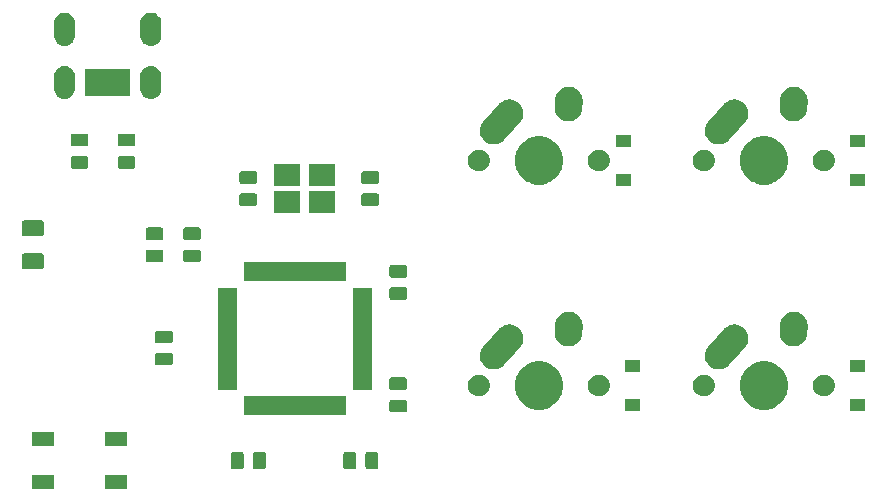
<source format=gbr>
G04 #@! TF.GenerationSoftware,KiCad,Pcbnew,(5.1.4)-1*
G04 #@! TF.CreationDate,2022-03-30T16:45:01-04:00*
G04 #@! TF.ProjectId,ai03-pcb-guide,61693033-2d70-4636-922d-67756964652e,rev?*
G04 #@! TF.SameCoordinates,Original*
G04 #@! TF.FileFunction,Soldermask,Bot*
G04 #@! TF.FilePolarity,Negative*
%FSLAX46Y46*%
G04 Gerber Fmt 4.6, Leading zero omitted, Abs format (unit mm)*
G04 Created by KiCad (PCBNEW (5.1.4)-1) date 2022-03-30 16:45:01*
%MOMM*%
%LPD*%
G04 APERTURE LIST*
%ADD10C,0.100000*%
G04 APERTURE END LIST*
D10*
G36*
X52469750Y-111988500D02*
G01*
X50567750Y-111988500D01*
X50567750Y-110786500D01*
X52469750Y-110786500D01*
X52469750Y-111988500D01*
X52469750Y-111988500D01*
G37*
G36*
X46269750Y-111988500D02*
G01*
X44367750Y-111988500D01*
X44367750Y-110786500D01*
X46269750Y-110786500D01*
X46269750Y-111988500D01*
X46269750Y-111988500D01*
G37*
G36*
X62140718Y-108791065D02*
G01*
X62179388Y-108802796D01*
X62215027Y-108821846D01*
X62246267Y-108847483D01*
X62271904Y-108878723D01*
X62290954Y-108914362D01*
X62302685Y-108953032D01*
X62307250Y-108999388D01*
X62307250Y-110075612D01*
X62302685Y-110121968D01*
X62290954Y-110160638D01*
X62271904Y-110196277D01*
X62246267Y-110227517D01*
X62215027Y-110253154D01*
X62179388Y-110272204D01*
X62140718Y-110283935D01*
X62094362Y-110288500D01*
X61443138Y-110288500D01*
X61396782Y-110283935D01*
X61358112Y-110272204D01*
X61322473Y-110253154D01*
X61291233Y-110227517D01*
X61265596Y-110196277D01*
X61246546Y-110160638D01*
X61234815Y-110121968D01*
X61230250Y-110075612D01*
X61230250Y-108999388D01*
X61234815Y-108953032D01*
X61246546Y-108914362D01*
X61265596Y-108878723D01*
X61291233Y-108847483D01*
X61322473Y-108821846D01*
X61358112Y-108802796D01*
X61396782Y-108791065D01*
X61443138Y-108786500D01*
X62094362Y-108786500D01*
X62140718Y-108791065D01*
X62140718Y-108791065D01*
G37*
G36*
X64015718Y-108791065D02*
G01*
X64054388Y-108802796D01*
X64090027Y-108821846D01*
X64121267Y-108847483D01*
X64146904Y-108878723D01*
X64165954Y-108914362D01*
X64177685Y-108953032D01*
X64182250Y-108999388D01*
X64182250Y-110075612D01*
X64177685Y-110121968D01*
X64165954Y-110160638D01*
X64146904Y-110196277D01*
X64121267Y-110227517D01*
X64090027Y-110253154D01*
X64054388Y-110272204D01*
X64015718Y-110283935D01*
X63969362Y-110288500D01*
X63318138Y-110288500D01*
X63271782Y-110283935D01*
X63233112Y-110272204D01*
X63197473Y-110253154D01*
X63166233Y-110227517D01*
X63140596Y-110196277D01*
X63121546Y-110160638D01*
X63109815Y-110121968D01*
X63105250Y-110075612D01*
X63105250Y-108999388D01*
X63109815Y-108953032D01*
X63121546Y-108914362D01*
X63140596Y-108878723D01*
X63166233Y-108847483D01*
X63197473Y-108821846D01*
X63233112Y-108802796D01*
X63271782Y-108791065D01*
X63318138Y-108786500D01*
X63969362Y-108786500D01*
X64015718Y-108791065D01*
X64015718Y-108791065D01*
G37*
G36*
X73540718Y-108791065D02*
G01*
X73579388Y-108802796D01*
X73615027Y-108821846D01*
X73646267Y-108847483D01*
X73671904Y-108878723D01*
X73690954Y-108914362D01*
X73702685Y-108953032D01*
X73707250Y-108999388D01*
X73707250Y-110075612D01*
X73702685Y-110121968D01*
X73690954Y-110160638D01*
X73671904Y-110196277D01*
X73646267Y-110227517D01*
X73615027Y-110253154D01*
X73579388Y-110272204D01*
X73540718Y-110283935D01*
X73494362Y-110288500D01*
X72843138Y-110288500D01*
X72796782Y-110283935D01*
X72758112Y-110272204D01*
X72722473Y-110253154D01*
X72691233Y-110227517D01*
X72665596Y-110196277D01*
X72646546Y-110160638D01*
X72634815Y-110121968D01*
X72630250Y-110075612D01*
X72630250Y-108999388D01*
X72634815Y-108953032D01*
X72646546Y-108914362D01*
X72665596Y-108878723D01*
X72691233Y-108847483D01*
X72722473Y-108821846D01*
X72758112Y-108802796D01*
X72796782Y-108791065D01*
X72843138Y-108786500D01*
X73494362Y-108786500D01*
X73540718Y-108791065D01*
X73540718Y-108791065D01*
G37*
G36*
X71665718Y-108791065D02*
G01*
X71704388Y-108802796D01*
X71740027Y-108821846D01*
X71771267Y-108847483D01*
X71796904Y-108878723D01*
X71815954Y-108914362D01*
X71827685Y-108953032D01*
X71832250Y-108999388D01*
X71832250Y-110075612D01*
X71827685Y-110121968D01*
X71815954Y-110160638D01*
X71796904Y-110196277D01*
X71771267Y-110227517D01*
X71740027Y-110253154D01*
X71704388Y-110272204D01*
X71665718Y-110283935D01*
X71619362Y-110288500D01*
X70968138Y-110288500D01*
X70921782Y-110283935D01*
X70883112Y-110272204D01*
X70847473Y-110253154D01*
X70816233Y-110227517D01*
X70790596Y-110196277D01*
X70771546Y-110160638D01*
X70759815Y-110121968D01*
X70755250Y-110075612D01*
X70755250Y-108999388D01*
X70759815Y-108953032D01*
X70771546Y-108914362D01*
X70790596Y-108878723D01*
X70816233Y-108847483D01*
X70847473Y-108821846D01*
X70883112Y-108802796D01*
X70921782Y-108791065D01*
X70968138Y-108786500D01*
X71619362Y-108786500D01*
X71665718Y-108791065D01*
X71665718Y-108791065D01*
G37*
G36*
X52469750Y-108288500D02*
G01*
X50567750Y-108288500D01*
X50567750Y-107086500D01*
X52469750Y-107086500D01*
X52469750Y-108288500D01*
X52469750Y-108288500D01*
G37*
G36*
X46269750Y-108288500D02*
G01*
X44367750Y-108288500D01*
X44367750Y-107086500D01*
X46269750Y-107086500D01*
X46269750Y-108288500D01*
X46269750Y-108288500D01*
G37*
G36*
X71001000Y-105719750D02*
G01*
X62349000Y-105719750D01*
X62349000Y-104117750D01*
X71001000Y-104117750D01*
X71001000Y-105719750D01*
X71001000Y-105719750D01*
G37*
G36*
X75990718Y-104384815D02*
G01*
X76029388Y-104396546D01*
X76065027Y-104415596D01*
X76096267Y-104441233D01*
X76121904Y-104472473D01*
X76140954Y-104508112D01*
X76152685Y-104546782D01*
X76157250Y-104593138D01*
X76157250Y-105244362D01*
X76152685Y-105290718D01*
X76140954Y-105329388D01*
X76121904Y-105365027D01*
X76096267Y-105396267D01*
X76065027Y-105421904D01*
X76029388Y-105440954D01*
X75990718Y-105452685D01*
X75944362Y-105457250D01*
X74868138Y-105457250D01*
X74821782Y-105452685D01*
X74783112Y-105440954D01*
X74747473Y-105421904D01*
X74716233Y-105396267D01*
X74690596Y-105365027D01*
X74671546Y-105329388D01*
X74659815Y-105290718D01*
X74655250Y-105244362D01*
X74655250Y-104593138D01*
X74659815Y-104546782D01*
X74671546Y-104508112D01*
X74690596Y-104472473D01*
X74716233Y-104441233D01*
X74747473Y-104415596D01*
X74783112Y-104396546D01*
X74821782Y-104384815D01*
X74868138Y-104380250D01*
X75944362Y-104380250D01*
X75990718Y-104384815D01*
X75990718Y-104384815D01*
G37*
G36*
X95901000Y-105338500D02*
G01*
X94599000Y-105338500D01*
X94599000Y-104336500D01*
X95901000Y-104336500D01*
X95901000Y-105338500D01*
X95901000Y-105338500D01*
G37*
G36*
X114951000Y-105338500D02*
G01*
X113649000Y-105338500D01*
X113649000Y-104336500D01*
X114951000Y-104336500D01*
X114951000Y-105338500D01*
X114951000Y-105338500D01*
G37*
G36*
X106958974Y-101221184D02*
G01*
X107131749Y-101292750D01*
X107331123Y-101375333D01*
X107666048Y-101599123D01*
X107950877Y-101883952D01*
X108174667Y-102218877D01*
X108207062Y-102297086D01*
X108328816Y-102591026D01*
X108407400Y-102986094D01*
X108407400Y-103388906D01*
X108328816Y-103783974D01*
X108277951Y-103906772D01*
X108174667Y-104156123D01*
X107950877Y-104491048D01*
X107666048Y-104775877D01*
X107331123Y-104999667D01*
X107176974Y-105063517D01*
X106958974Y-105153816D01*
X106563906Y-105232400D01*
X106161094Y-105232400D01*
X105766026Y-105153816D01*
X105548026Y-105063517D01*
X105393877Y-104999667D01*
X105058952Y-104775877D01*
X104774123Y-104491048D01*
X104550333Y-104156123D01*
X104447049Y-103906772D01*
X104396184Y-103783974D01*
X104317600Y-103388906D01*
X104317600Y-102986094D01*
X104396184Y-102591026D01*
X104517938Y-102297086D01*
X104550333Y-102218877D01*
X104774123Y-101883952D01*
X105058952Y-101599123D01*
X105393877Y-101375333D01*
X105593251Y-101292750D01*
X105766026Y-101221184D01*
X106161094Y-101142600D01*
X106563906Y-101142600D01*
X106958974Y-101221184D01*
X106958974Y-101221184D01*
G37*
G36*
X87908974Y-101221184D02*
G01*
X88081749Y-101292750D01*
X88281123Y-101375333D01*
X88616048Y-101599123D01*
X88900877Y-101883952D01*
X89124667Y-102218877D01*
X89157062Y-102297086D01*
X89278816Y-102591026D01*
X89357400Y-102986094D01*
X89357400Y-103388906D01*
X89278816Y-103783974D01*
X89227951Y-103906772D01*
X89124667Y-104156123D01*
X88900877Y-104491048D01*
X88616048Y-104775877D01*
X88281123Y-104999667D01*
X88126974Y-105063517D01*
X87908974Y-105153816D01*
X87513906Y-105232400D01*
X87111094Y-105232400D01*
X86716026Y-105153816D01*
X86498026Y-105063517D01*
X86343877Y-104999667D01*
X86008952Y-104775877D01*
X85724123Y-104491048D01*
X85500333Y-104156123D01*
X85397049Y-103906772D01*
X85346184Y-103783974D01*
X85267600Y-103388906D01*
X85267600Y-102986094D01*
X85346184Y-102591026D01*
X85467938Y-102297086D01*
X85500333Y-102218877D01*
X85724123Y-101883952D01*
X86008952Y-101599123D01*
X86343877Y-101375333D01*
X86543251Y-101292750D01*
X86716026Y-101221184D01*
X87111094Y-101142600D01*
X87513906Y-101142600D01*
X87908974Y-101221184D01*
X87908974Y-101221184D01*
G37*
G36*
X101552604Y-102297085D02*
G01*
X101721126Y-102366889D01*
X101872791Y-102468228D01*
X102001772Y-102597209D01*
X102103111Y-102748874D01*
X102172915Y-102917396D01*
X102208500Y-103096297D01*
X102208500Y-103278703D01*
X102172915Y-103457604D01*
X102103111Y-103626126D01*
X102001772Y-103777791D01*
X101872791Y-103906772D01*
X101721126Y-104008111D01*
X101552604Y-104077915D01*
X101373703Y-104113500D01*
X101191297Y-104113500D01*
X101012396Y-104077915D01*
X100843874Y-104008111D01*
X100692209Y-103906772D01*
X100563228Y-103777791D01*
X100461889Y-103626126D01*
X100392085Y-103457604D01*
X100356500Y-103278703D01*
X100356500Y-103096297D01*
X100392085Y-102917396D01*
X100461889Y-102748874D01*
X100563228Y-102597209D01*
X100692209Y-102468228D01*
X100843874Y-102366889D01*
X101012396Y-102297085D01*
X101191297Y-102261500D01*
X101373703Y-102261500D01*
X101552604Y-102297085D01*
X101552604Y-102297085D01*
G37*
G36*
X111712604Y-102297085D02*
G01*
X111881126Y-102366889D01*
X112032791Y-102468228D01*
X112161772Y-102597209D01*
X112263111Y-102748874D01*
X112332915Y-102917396D01*
X112368500Y-103096297D01*
X112368500Y-103278703D01*
X112332915Y-103457604D01*
X112263111Y-103626126D01*
X112161772Y-103777791D01*
X112032791Y-103906772D01*
X111881126Y-104008111D01*
X111712604Y-104077915D01*
X111533703Y-104113500D01*
X111351297Y-104113500D01*
X111172396Y-104077915D01*
X111003874Y-104008111D01*
X110852209Y-103906772D01*
X110723228Y-103777791D01*
X110621889Y-103626126D01*
X110552085Y-103457604D01*
X110516500Y-103278703D01*
X110516500Y-103096297D01*
X110552085Y-102917396D01*
X110621889Y-102748874D01*
X110723228Y-102597209D01*
X110852209Y-102468228D01*
X111003874Y-102366889D01*
X111172396Y-102297085D01*
X111351297Y-102261500D01*
X111533703Y-102261500D01*
X111712604Y-102297085D01*
X111712604Y-102297085D01*
G37*
G36*
X92662604Y-102297085D02*
G01*
X92831126Y-102366889D01*
X92982791Y-102468228D01*
X93111772Y-102597209D01*
X93213111Y-102748874D01*
X93282915Y-102917396D01*
X93318500Y-103096297D01*
X93318500Y-103278703D01*
X93282915Y-103457604D01*
X93213111Y-103626126D01*
X93111772Y-103777791D01*
X92982791Y-103906772D01*
X92831126Y-104008111D01*
X92662604Y-104077915D01*
X92483703Y-104113500D01*
X92301297Y-104113500D01*
X92122396Y-104077915D01*
X91953874Y-104008111D01*
X91802209Y-103906772D01*
X91673228Y-103777791D01*
X91571889Y-103626126D01*
X91502085Y-103457604D01*
X91466500Y-103278703D01*
X91466500Y-103096297D01*
X91502085Y-102917396D01*
X91571889Y-102748874D01*
X91673228Y-102597209D01*
X91802209Y-102468228D01*
X91953874Y-102366889D01*
X92122396Y-102297085D01*
X92301297Y-102261500D01*
X92483703Y-102261500D01*
X92662604Y-102297085D01*
X92662604Y-102297085D01*
G37*
G36*
X82502604Y-102297085D02*
G01*
X82671126Y-102366889D01*
X82822791Y-102468228D01*
X82951772Y-102597209D01*
X83053111Y-102748874D01*
X83122915Y-102917396D01*
X83158500Y-103096297D01*
X83158500Y-103278703D01*
X83122915Y-103457604D01*
X83053111Y-103626126D01*
X82951772Y-103777791D01*
X82822791Y-103906772D01*
X82671126Y-104008111D01*
X82502604Y-104077915D01*
X82323703Y-104113500D01*
X82141297Y-104113500D01*
X81962396Y-104077915D01*
X81793874Y-104008111D01*
X81642209Y-103906772D01*
X81513228Y-103777791D01*
X81411889Y-103626126D01*
X81342085Y-103457604D01*
X81306500Y-103278703D01*
X81306500Y-103096297D01*
X81342085Y-102917396D01*
X81411889Y-102748874D01*
X81513228Y-102597209D01*
X81642209Y-102468228D01*
X81793874Y-102366889D01*
X81962396Y-102297085D01*
X82141297Y-102261500D01*
X82323703Y-102261500D01*
X82502604Y-102297085D01*
X82502604Y-102297085D01*
G37*
G36*
X75990718Y-102509815D02*
G01*
X76029388Y-102521546D01*
X76065027Y-102540596D01*
X76096267Y-102566233D01*
X76121904Y-102597473D01*
X76140954Y-102633112D01*
X76152685Y-102671782D01*
X76157250Y-102718138D01*
X76157250Y-103369362D01*
X76152685Y-103415718D01*
X76140954Y-103454388D01*
X76121904Y-103490027D01*
X76096267Y-103521267D01*
X76065027Y-103546904D01*
X76029388Y-103565954D01*
X75990718Y-103577685D01*
X75944362Y-103582250D01*
X74868138Y-103582250D01*
X74821782Y-103577685D01*
X74783112Y-103565954D01*
X74747473Y-103546904D01*
X74716233Y-103521267D01*
X74690596Y-103490027D01*
X74671546Y-103454388D01*
X74659815Y-103415718D01*
X74655250Y-103369362D01*
X74655250Y-102718138D01*
X74659815Y-102671782D01*
X74671546Y-102633112D01*
X74690596Y-102597473D01*
X74716233Y-102566233D01*
X74747473Y-102540596D01*
X74783112Y-102521546D01*
X74821782Y-102509815D01*
X74868138Y-102505250D01*
X75944362Y-102505250D01*
X75990718Y-102509815D01*
X75990718Y-102509815D01*
G37*
G36*
X61776000Y-103544750D02*
G01*
X60174000Y-103544750D01*
X60174000Y-94892750D01*
X61776000Y-94892750D01*
X61776000Y-103544750D01*
X61776000Y-103544750D01*
G37*
G36*
X73176000Y-103544750D02*
G01*
X71574000Y-103544750D01*
X71574000Y-94892750D01*
X73176000Y-94892750D01*
X73176000Y-103544750D01*
X73176000Y-103544750D01*
G37*
G36*
X95901000Y-102038500D02*
G01*
X94599000Y-102038500D01*
X94599000Y-101036500D01*
X95901000Y-101036500D01*
X95901000Y-102038500D01*
X95901000Y-102038500D01*
G37*
G36*
X114951000Y-102038500D02*
G01*
X113649000Y-102038500D01*
X113649000Y-101036500D01*
X114951000Y-101036500D01*
X114951000Y-102038500D01*
X114951000Y-102038500D01*
G37*
G36*
X103885705Y-98011381D02*
G01*
X103891145Y-98011500D01*
X103978328Y-98011500D01*
X103994597Y-98014736D01*
X104013456Y-98017015D01*
X104030032Y-98017746D01*
X104114723Y-98038510D01*
X104120018Y-98039684D01*
X104205527Y-98056693D01*
X104220862Y-98063045D01*
X104238901Y-98068955D01*
X104255021Y-98072907D01*
X104334004Y-98109780D01*
X104338994Y-98111977D01*
X104419545Y-98145342D01*
X104433341Y-98154560D01*
X104449893Y-98163882D01*
X104464926Y-98170900D01*
X104535194Y-98222471D01*
X104539692Y-98225622D01*
X104612156Y-98274041D01*
X104623883Y-98285768D01*
X104638309Y-98298148D01*
X104651679Y-98307961D01*
X104651680Y-98307962D01*
X104710521Y-98372233D01*
X104714329Y-98376214D01*
X104775959Y-98437844D01*
X104785174Y-98451635D01*
X104796896Y-98466578D01*
X104808105Y-98478821D01*
X104853299Y-98553374D01*
X104856246Y-98558001D01*
X104904658Y-98630455D01*
X104911005Y-98645777D01*
X104919592Y-98662731D01*
X104928191Y-98676917D01*
X104957978Y-98758868D01*
X104959952Y-98763948D01*
X104993307Y-98844473D01*
X104993307Y-98844474D01*
X104996541Y-98860733D01*
X105001658Y-98879042D01*
X105007325Y-98894634D01*
X105020555Y-98980845D01*
X105021501Y-98986213D01*
X105038500Y-99071673D01*
X105038500Y-99088252D01*
X105039944Y-99107192D01*
X105042463Y-99123604D01*
X105038620Y-99210749D01*
X105038500Y-99216189D01*
X105038500Y-99303325D01*
X105035266Y-99319583D01*
X105032988Y-99338441D01*
X105032256Y-99355031D01*
X105011488Y-99439737D01*
X105010312Y-99445037D01*
X104993307Y-99530527D01*
X104986957Y-99545857D01*
X104981049Y-99563893D01*
X104977095Y-99580020D01*
X104940211Y-99659026D01*
X104938011Y-99664023D01*
X104904658Y-99744545D01*
X104895444Y-99758335D01*
X104886122Y-99774887D01*
X104879102Y-99789924D01*
X104827511Y-99860220D01*
X104824366Y-99864710D01*
X104775961Y-99937154D01*
X104718960Y-99994155D01*
X104714311Y-99999063D01*
X104329625Y-100427796D01*
X103389223Y-101475876D01*
X103261179Y-101593102D01*
X103162130Y-101653146D01*
X103063083Y-101713189D01*
X102845366Y-101792323D01*
X102616395Y-101827461D01*
X102384970Y-101817254D01*
X102159981Y-101762093D01*
X102055227Y-101713189D01*
X101950079Y-101664102D01*
X101853338Y-101593102D01*
X101763323Y-101527039D01*
X101686497Y-101443123D01*
X101606898Y-101356179D01*
X101525064Y-101221185D01*
X101486811Y-101158083D01*
X101407677Y-100940366D01*
X101372539Y-100711395D01*
X101382746Y-100479970D01*
X101437907Y-100254981D01*
X101489472Y-100144528D01*
X101535898Y-100045080D01*
X101535900Y-100045077D01*
X101638614Y-99905122D01*
X102393745Y-99063527D01*
X102925287Y-98471121D01*
X102936181Y-98457089D01*
X102949039Y-98437846D01*
X103006073Y-98380812D01*
X103010723Y-98375903D01*
X103025778Y-98359124D01*
X103047201Y-98339511D01*
X103051182Y-98335703D01*
X103112846Y-98274039D01*
X103126643Y-98264820D01*
X103141602Y-98253085D01*
X103153821Y-98241898D01*
X103185885Y-98222461D01*
X103228330Y-98196731D01*
X103232921Y-98193808D01*
X103305455Y-98145342D01*
X103320800Y-98138986D01*
X103337748Y-98130401D01*
X103351916Y-98121812D01*
X103351917Y-98121812D01*
X103351918Y-98121811D01*
X103433812Y-98092045D01*
X103438910Y-98090063D01*
X103519473Y-98056693D01*
X103535752Y-98053455D01*
X103554042Y-98048344D01*
X103569635Y-98042677D01*
X103655800Y-98029454D01*
X103661163Y-98028509D01*
X103746673Y-98011500D01*
X103763266Y-98011500D01*
X103782209Y-98010055D01*
X103798606Y-98007539D01*
X103885705Y-98011381D01*
X103885705Y-98011381D01*
G37*
G36*
X84835705Y-98011381D02*
G01*
X84841145Y-98011500D01*
X84928328Y-98011500D01*
X84944597Y-98014736D01*
X84963456Y-98017015D01*
X84980032Y-98017746D01*
X85064723Y-98038510D01*
X85070018Y-98039684D01*
X85155527Y-98056693D01*
X85170862Y-98063045D01*
X85188901Y-98068955D01*
X85205021Y-98072907D01*
X85284004Y-98109780D01*
X85288994Y-98111977D01*
X85369545Y-98145342D01*
X85383341Y-98154560D01*
X85399893Y-98163882D01*
X85414926Y-98170900D01*
X85485194Y-98222471D01*
X85489692Y-98225622D01*
X85562156Y-98274041D01*
X85573883Y-98285768D01*
X85588309Y-98298148D01*
X85601679Y-98307961D01*
X85601680Y-98307962D01*
X85660521Y-98372233D01*
X85664329Y-98376214D01*
X85725959Y-98437844D01*
X85735174Y-98451635D01*
X85746896Y-98466578D01*
X85758105Y-98478821D01*
X85803299Y-98553374D01*
X85806246Y-98558001D01*
X85854658Y-98630455D01*
X85861005Y-98645777D01*
X85869592Y-98662731D01*
X85878191Y-98676917D01*
X85907978Y-98758868D01*
X85909952Y-98763948D01*
X85943307Y-98844473D01*
X85943307Y-98844474D01*
X85946541Y-98860733D01*
X85951658Y-98879042D01*
X85957325Y-98894634D01*
X85970555Y-98980845D01*
X85971501Y-98986213D01*
X85988500Y-99071673D01*
X85988500Y-99088252D01*
X85989944Y-99107192D01*
X85992463Y-99123604D01*
X85988620Y-99210749D01*
X85988500Y-99216189D01*
X85988500Y-99303325D01*
X85985266Y-99319583D01*
X85982988Y-99338441D01*
X85982256Y-99355031D01*
X85961488Y-99439737D01*
X85960312Y-99445037D01*
X85943307Y-99530527D01*
X85936957Y-99545857D01*
X85931049Y-99563893D01*
X85927095Y-99580020D01*
X85890211Y-99659026D01*
X85888011Y-99664023D01*
X85854658Y-99744545D01*
X85845444Y-99758335D01*
X85836122Y-99774887D01*
X85829102Y-99789924D01*
X85777511Y-99860220D01*
X85774366Y-99864710D01*
X85725961Y-99937154D01*
X85668960Y-99994155D01*
X85664311Y-99999063D01*
X85279625Y-100427796D01*
X84339223Y-101475876D01*
X84211179Y-101593102D01*
X84112131Y-101653145D01*
X84013083Y-101713189D01*
X83795366Y-101792323D01*
X83566395Y-101827461D01*
X83334970Y-101817254D01*
X83109981Y-101762093D01*
X83005227Y-101713189D01*
X82900079Y-101664102D01*
X82803338Y-101593102D01*
X82713323Y-101527039D01*
X82636497Y-101443123D01*
X82556898Y-101356179D01*
X82475064Y-101221185D01*
X82436811Y-101158083D01*
X82357677Y-100940366D01*
X82322539Y-100711395D01*
X82332746Y-100479970D01*
X82387907Y-100254981D01*
X82439472Y-100144528D01*
X82485898Y-100045080D01*
X82485900Y-100045077D01*
X82588614Y-99905122D01*
X83343745Y-99063527D01*
X83875287Y-98471121D01*
X83886181Y-98457089D01*
X83899039Y-98437846D01*
X83956073Y-98380812D01*
X83960723Y-98375903D01*
X83975778Y-98359124D01*
X83997201Y-98339511D01*
X84001182Y-98335703D01*
X84062846Y-98274039D01*
X84076643Y-98264820D01*
X84091602Y-98253085D01*
X84103821Y-98241898D01*
X84135885Y-98222461D01*
X84178330Y-98196731D01*
X84182921Y-98193808D01*
X84255455Y-98145342D01*
X84270800Y-98138986D01*
X84287748Y-98130401D01*
X84301916Y-98121812D01*
X84301917Y-98121812D01*
X84301918Y-98121811D01*
X84383812Y-98092045D01*
X84388910Y-98090063D01*
X84469473Y-98056693D01*
X84485752Y-98053455D01*
X84504042Y-98048344D01*
X84519635Y-98042677D01*
X84605800Y-98029454D01*
X84611163Y-98028509D01*
X84696673Y-98011500D01*
X84713266Y-98011500D01*
X84732209Y-98010055D01*
X84748606Y-98007539D01*
X84835705Y-98011381D01*
X84835705Y-98011381D01*
G37*
G36*
X56146968Y-100416065D02*
G01*
X56185638Y-100427796D01*
X56221277Y-100446846D01*
X56252517Y-100472483D01*
X56278154Y-100503723D01*
X56297204Y-100539362D01*
X56308935Y-100578032D01*
X56313500Y-100624388D01*
X56313500Y-101275612D01*
X56308935Y-101321968D01*
X56297204Y-101360638D01*
X56278154Y-101396277D01*
X56252517Y-101427517D01*
X56221277Y-101453154D01*
X56185638Y-101472204D01*
X56146968Y-101483935D01*
X56100612Y-101488500D01*
X55024388Y-101488500D01*
X54978032Y-101483935D01*
X54939362Y-101472204D01*
X54903723Y-101453154D01*
X54872483Y-101427517D01*
X54846846Y-101396277D01*
X54827796Y-101360638D01*
X54816065Y-101321968D01*
X54811500Y-101275612D01*
X54811500Y-100624388D01*
X54816065Y-100578032D01*
X54827796Y-100539362D01*
X54846846Y-100503723D01*
X54872483Y-100472483D01*
X54903723Y-100446846D01*
X54939362Y-100427796D01*
X54978032Y-100416065D01*
X55024388Y-100411500D01*
X56100612Y-100411500D01*
X56146968Y-100416065D01*
X56146968Y-100416065D01*
G37*
G36*
X108990627Y-96929761D02*
G01*
X109011400Y-96931500D01*
X109018327Y-96931500D01*
X109113254Y-96950382D01*
X109116848Y-96951042D01*
X109212230Y-96967124D01*
X109218703Y-96969585D01*
X109238728Y-96975341D01*
X109245527Y-96976693D01*
X109307914Y-97002534D01*
X109334943Y-97013730D01*
X109338344Y-97015081D01*
X109428755Y-97049461D01*
X109434627Y-97053140D01*
X109453136Y-97062687D01*
X109459545Y-97065342D01*
X109540063Y-97119142D01*
X109543054Y-97121078D01*
X109625057Y-97172459D01*
X109630084Y-97177200D01*
X109646396Y-97190191D01*
X109652152Y-97194037D01*
X109720610Y-97262495D01*
X109723189Y-97264999D01*
X109793590Y-97331389D01*
X109797595Y-97337019D01*
X109811059Y-97352944D01*
X109815959Y-97357844D01*
X109869744Y-97438339D01*
X109871791Y-97441307D01*
X109927880Y-97520145D01*
X109930714Y-97526458D01*
X109940808Y-97544693D01*
X109944658Y-97550455D01*
X109981720Y-97639930D01*
X109983124Y-97643185D01*
X110022765Y-97731473D01*
X110024315Y-97738225D01*
X110030652Y-97758062D01*
X110033307Y-97764473D01*
X110052192Y-97859417D01*
X110052938Y-97862901D01*
X110074598Y-97957251D01*
X110074598Y-97957254D01*
X110074800Y-97964154D01*
X110077147Y-97984870D01*
X110078500Y-97991674D01*
X110078500Y-98088486D01*
X110078553Y-98092084D01*
X110079688Y-98130777D01*
X110078795Y-98143725D01*
X110078500Y-98152297D01*
X110078500Y-98223326D01*
X110072581Y-98253085D01*
X110072104Y-98255479D01*
X110070000Y-98271250D01*
X110031738Y-98826045D01*
X110002876Y-98997230D01*
X109920538Y-99213755D01*
X109797541Y-99410057D01*
X109638611Y-99578590D01*
X109449855Y-99712880D01*
X109238527Y-99807765D01*
X109012749Y-99859598D01*
X108781198Y-99866389D01*
X108781197Y-99866389D01*
X108735512Y-99858686D01*
X108552770Y-99827876D01*
X108336245Y-99745538D01*
X108139943Y-99622541D01*
X107971410Y-99463611D01*
X107837120Y-99274855D01*
X107742235Y-99063527D01*
X107690402Y-98837749D01*
X107685312Y-98664223D01*
X107726204Y-98071294D01*
X107726500Y-98062696D01*
X107726500Y-97991675D01*
X107745382Y-97896750D01*
X107746044Y-97893145D01*
X107751731Y-97859417D01*
X107762124Y-97797770D01*
X107764585Y-97791299D01*
X107770342Y-97771267D01*
X107771693Y-97764474D01*
X107774343Y-97758076D01*
X107808764Y-97674976D01*
X107810053Y-97671730D01*
X107844462Y-97581245D01*
X107848136Y-97575381D01*
X107857687Y-97556865D01*
X107860342Y-97550455D01*
X107914157Y-97469915D01*
X107916077Y-97466949D01*
X107967459Y-97384943D01*
X107972211Y-97379904D01*
X107985189Y-97363607D01*
X107989037Y-97357848D01*
X108057493Y-97289392D01*
X108060046Y-97286762D01*
X108080523Y-97265048D01*
X108126389Y-97216410D01*
X108132021Y-97212403D01*
X108147947Y-97198938D01*
X108152846Y-97194039D01*
X108233324Y-97140266D01*
X108236306Y-97138210D01*
X108315145Y-97082120D01*
X108321455Y-97079287D01*
X108339694Y-97069191D01*
X108345451Y-97065344D01*
X108345454Y-97065343D01*
X108345455Y-97065342D01*
X108434929Y-97028281D01*
X108438187Y-97026875D01*
X108526473Y-96987235D01*
X108533225Y-96985685D01*
X108553062Y-96979348D01*
X108559473Y-96976693D01*
X108654399Y-96957811D01*
X108657946Y-96957051D01*
X108752251Y-96935401D01*
X108754630Y-96935331D01*
X108759165Y-96935198D01*
X108779881Y-96932851D01*
X108786674Y-96931500D01*
X108883459Y-96931500D01*
X108887084Y-96931447D01*
X108983802Y-96928610D01*
X108990627Y-96929761D01*
X108990627Y-96929761D01*
G37*
G36*
X89940627Y-96929761D02*
G01*
X89961400Y-96931500D01*
X89968327Y-96931500D01*
X90063254Y-96950382D01*
X90066848Y-96951042D01*
X90162230Y-96967124D01*
X90168703Y-96969585D01*
X90188728Y-96975341D01*
X90195527Y-96976693D01*
X90257914Y-97002534D01*
X90284943Y-97013730D01*
X90288344Y-97015081D01*
X90378755Y-97049461D01*
X90384627Y-97053140D01*
X90403136Y-97062687D01*
X90409545Y-97065342D01*
X90490063Y-97119142D01*
X90493054Y-97121078D01*
X90575057Y-97172459D01*
X90580084Y-97177200D01*
X90596396Y-97190191D01*
X90602152Y-97194037D01*
X90670610Y-97262495D01*
X90673189Y-97264999D01*
X90743590Y-97331389D01*
X90747595Y-97337019D01*
X90761059Y-97352944D01*
X90765959Y-97357844D01*
X90819744Y-97438339D01*
X90821791Y-97441307D01*
X90877880Y-97520145D01*
X90880714Y-97526458D01*
X90890808Y-97544693D01*
X90894658Y-97550455D01*
X90931720Y-97639930D01*
X90933124Y-97643185D01*
X90972765Y-97731473D01*
X90974315Y-97738225D01*
X90980652Y-97758062D01*
X90983307Y-97764473D01*
X91002192Y-97859417D01*
X91002938Y-97862901D01*
X91024598Y-97957251D01*
X91024598Y-97957254D01*
X91024800Y-97964154D01*
X91027147Y-97984870D01*
X91028500Y-97991674D01*
X91028500Y-98088486D01*
X91028553Y-98092084D01*
X91029688Y-98130777D01*
X91028795Y-98143725D01*
X91028500Y-98152297D01*
X91028500Y-98223326D01*
X91022581Y-98253085D01*
X91022104Y-98255479D01*
X91020000Y-98271250D01*
X90981738Y-98826045D01*
X90952876Y-98997230D01*
X90870538Y-99213755D01*
X90747541Y-99410057D01*
X90588611Y-99578590D01*
X90399855Y-99712880D01*
X90188527Y-99807765D01*
X89962749Y-99859598D01*
X89731198Y-99866389D01*
X89731197Y-99866389D01*
X89685512Y-99858686D01*
X89502770Y-99827876D01*
X89286245Y-99745538D01*
X89089943Y-99622541D01*
X88921410Y-99463611D01*
X88787120Y-99274855D01*
X88692235Y-99063527D01*
X88640402Y-98837749D01*
X88635312Y-98664223D01*
X88676204Y-98071294D01*
X88676500Y-98062696D01*
X88676500Y-97991675D01*
X88695382Y-97896750D01*
X88696044Y-97893145D01*
X88701731Y-97859417D01*
X88712124Y-97797770D01*
X88714585Y-97791299D01*
X88720342Y-97771267D01*
X88721693Y-97764474D01*
X88724343Y-97758076D01*
X88758764Y-97674976D01*
X88760053Y-97671730D01*
X88794462Y-97581245D01*
X88798136Y-97575381D01*
X88807687Y-97556865D01*
X88810342Y-97550455D01*
X88864157Y-97469915D01*
X88866077Y-97466949D01*
X88917459Y-97384943D01*
X88922211Y-97379904D01*
X88935189Y-97363607D01*
X88939037Y-97357848D01*
X89007493Y-97289392D01*
X89010046Y-97286762D01*
X89030523Y-97265048D01*
X89076389Y-97216410D01*
X89082021Y-97212403D01*
X89097947Y-97198938D01*
X89102846Y-97194039D01*
X89183324Y-97140266D01*
X89186306Y-97138210D01*
X89265145Y-97082120D01*
X89271455Y-97079287D01*
X89289694Y-97069191D01*
X89295451Y-97065344D01*
X89295454Y-97065343D01*
X89295455Y-97065342D01*
X89384929Y-97028281D01*
X89388187Y-97026875D01*
X89476473Y-96987235D01*
X89483225Y-96985685D01*
X89503062Y-96979348D01*
X89509473Y-96976693D01*
X89604399Y-96957811D01*
X89607946Y-96957051D01*
X89702251Y-96935401D01*
X89704630Y-96935331D01*
X89709165Y-96935198D01*
X89729881Y-96932851D01*
X89736674Y-96931500D01*
X89833459Y-96931500D01*
X89837084Y-96931447D01*
X89933802Y-96928610D01*
X89940627Y-96929761D01*
X89940627Y-96929761D01*
G37*
G36*
X56146968Y-98541065D02*
G01*
X56185638Y-98552796D01*
X56221277Y-98571846D01*
X56252517Y-98597483D01*
X56278154Y-98628723D01*
X56297204Y-98664362D01*
X56308935Y-98703032D01*
X56313500Y-98749388D01*
X56313500Y-99400612D01*
X56308935Y-99446968D01*
X56297204Y-99485638D01*
X56278154Y-99521277D01*
X56252517Y-99552517D01*
X56221277Y-99578154D01*
X56185638Y-99597204D01*
X56146968Y-99608935D01*
X56100612Y-99613500D01*
X55024388Y-99613500D01*
X54978032Y-99608935D01*
X54939362Y-99597204D01*
X54903723Y-99578154D01*
X54872483Y-99552517D01*
X54846846Y-99521277D01*
X54827796Y-99485638D01*
X54816065Y-99446968D01*
X54811500Y-99400612D01*
X54811500Y-98749388D01*
X54816065Y-98703032D01*
X54827796Y-98664362D01*
X54846846Y-98628723D01*
X54872483Y-98597483D01*
X54903723Y-98571846D01*
X54939362Y-98552796D01*
X54978032Y-98541065D01*
X55024388Y-98536500D01*
X56100612Y-98536500D01*
X56146968Y-98541065D01*
X56146968Y-98541065D01*
G37*
G36*
X75990718Y-94859815D02*
G01*
X76029388Y-94871546D01*
X76065027Y-94890596D01*
X76096267Y-94916233D01*
X76121904Y-94947473D01*
X76140954Y-94983112D01*
X76152685Y-95021782D01*
X76157250Y-95068138D01*
X76157250Y-95719362D01*
X76152685Y-95765718D01*
X76140954Y-95804388D01*
X76121904Y-95840027D01*
X76096267Y-95871267D01*
X76065027Y-95896904D01*
X76029388Y-95915954D01*
X75990718Y-95927685D01*
X75944362Y-95932250D01*
X74868138Y-95932250D01*
X74821782Y-95927685D01*
X74783112Y-95915954D01*
X74747473Y-95896904D01*
X74716233Y-95871267D01*
X74690596Y-95840027D01*
X74671546Y-95804388D01*
X74659815Y-95765718D01*
X74655250Y-95719362D01*
X74655250Y-95068138D01*
X74659815Y-95021782D01*
X74671546Y-94983112D01*
X74690596Y-94947473D01*
X74716233Y-94916233D01*
X74747473Y-94890596D01*
X74783112Y-94871546D01*
X74821782Y-94859815D01*
X74868138Y-94855250D01*
X75944362Y-94855250D01*
X75990718Y-94859815D01*
X75990718Y-94859815D01*
G37*
G36*
X71001000Y-94319750D02*
G01*
X62349000Y-94319750D01*
X62349000Y-92717750D01*
X71001000Y-92717750D01*
X71001000Y-94319750D01*
X71001000Y-94319750D01*
G37*
G36*
X75990718Y-92984815D02*
G01*
X76029388Y-92996546D01*
X76065027Y-93015596D01*
X76096267Y-93041233D01*
X76121904Y-93072473D01*
X76140954Y-93108112D01*
X76152685Y-93146782D01*
X76157250Y-93193138D01*
X76157250Y-93844362D01*
X76152685Y-93890718D01*
X76140954Y-93929388D01*
X76121904Y-93965027D01*
X76096267Y-93996267D01*
X76065027Y-94021904D01*
X76029388Y-94040954D01*
X75990718Y-94052685D01*
X75944362Y-94057250D01*
X74868138Y-94057250D01*
X74821782Y-94052685D01*
X74783112Y-94040954D01*
X74747473Y-94021904D01*
X74716233Y-93996267D01*
X74690596Y-93965027D01*
X74671546Y-93929388D01*
X74659815Y-93890718D01*
X74655250Y-93844362D01*
X74655250Y-93193138D01*
X74659815Y-93146782D01*
X74671546Y-93108112D01*
X74690596Y-93072473D01*
X74716233Y-93041233D01*
X74747473Y-93015596D01*
X74783112Y-92996546D01*
X74821782Y-92984815D01*
X74868138Y-92980250D01*
X75944362Y-92980250D01*
X75990718Y-92984815D01*
X75990718Y-92984815D01*
G37*
G36*
X45218604Y-92009597D02*
G01*
X45255144Y-92020682D01*
X45288821Y-92038683D01*
X45318341Y-92062909D01*
X45342567Y-92092429D01*
X45360568Y-92126106D01*
X45371653Y-92162646D01*
X45376000Y-92206788D01*
X45376000Y-93155712D01*
X45371653Y-93199854D01*
X45360568Y-93236394D01*
X45342567Y-93270071D01*
X45318341Y-93299591D01*
X45288821Y-93323817D01*
X45255144Y-93341818D01*
X45218604Y-93352903D01*
X45174462Y-93357250D01*
X43725538Y-93357250D01*
X43681396Y-93352903D01*
X43644856Y-93341818D01*
X43611179Y-93323817D01*
X43581659Y-93299591D01*
X43557433Y-93270071D01*
X43539432Y-93236394D01*
X43528347Y-93199854D01*
X43524000Y-93155712D01*
X43524000Y-92206788D01*
X43528347Y-92162646D01*
X43539432Y-92126106D01*
X43557433Y-92092429D01*
X43581659Y-92062909D01*
X43611179Y-92038683D01*
X43644856Y-92020682D01*
X43681396Y-92009597D01*
X43725538Y-92005250D01*
X45174462Y-92005250D01*
X45218604Y-92009597D01*
X45218604Y-92009597D01*
G37*
G36*
X58528218Y-91684815D02*
G01*
X58566888Y-91696546D01*
X58602527Y-91715596D01*
X58633767Y-91741233D01*
X58659404Y-91772473D01*
X58678454Y-91808112D01*
X58690185Y-91846782D01*
X58694750Y-91893138D01*
X58694750Y-92544362D01*
X58690185Y-92590718D01*
X58678454Y-92629388D01*
X58659404Y-92665027D01*
X58633767Y-92696267D01*
X58602527Y-92721904D01*
X58566888Y-92740954D01*
X58528218Y-92752685D01*
X58481862Y-92757250D01*
X57405638Y-92757250D01*
X57359282Y-92752685D01*
X57320612Y-92740954D01*
X57284973Y-92721904D01*
X57253733Y-92696267D01*
X57228096Y-92665027D01*
X57209046Y-92629388D01*
X57197315Y-92590718D01*
X57192750Y-92544362D01*
X57192750Y-91893138D01*
X57197315Y-91846782D01*
X57209046Y-91808112D01*
X57228096Y-91772473D01*
X57253733Y-91741233D01*
X57284973Y-91715596D01*
X57320612Y-91696546D01*
X57359282Y-91684815D01*
X57405638Y-91680250D01*
X58481862Y-91680250D01*
X58528218Y-91684815D01*
X58528218Y-91684815D01*
G37*
G36*
X55353218Y-91684815D02*
G01*
X55391888Y-91696546D01*
X55427527Y-91715596D01*
X55458767Y-91741233D01*
X55484404Y-91772473D01*
X55503454Y-91808112D01*
X55515185Y-91846782D01*
X55519750Y-91893138D01*
X55519750Y-92544362D01*
X55515185Y-92590718D01*
X55503454Y-92629388D01*
X55484404Y-92665027D01*
X55458767Y-92696267D01*
X55427527Y-92721904D01*
X55391888Y-92740954D01*
X55353218Y-92752685D01*
X55306862Y-92757250D01*
X54230638Y-92757250D01*
X54184282Y-92752685D01*
X54145612Y-92740954D01*
X54109973Y-92721904D01*
X54078733Y-92696267D01*
X54053096Y-92665027D01*
X54034046Y-92629388D01*
X54022315Y-92590718D01*
X54017750Y-92544362D01*
X54017750Y-91893138D01*
X54022315Y-91846782D01*
X54034046Y-91808112D01*
X54053096Y-91772473D01*
X54078733Y-91741233D01*
X54109973Y-91715596D01*
X54145612Y-91696546D01*
X54184282Y-91684815D01*
X54230638Y-91680250D01*
X55306862Y-91680250D01*
X55353218Y-91684815D01*
X55353218Y-91684815D01*
G37*
G36*
X55353218Y-89809815D02*
G01*
X55391888Y-89821546D01*
X55427527Y-89840596D01*
X55458767Y-89866233D01*
X55484404Y-89897473D01*
X55503454Y-89933112D01*
X55515185Y-89971782D01*
X55519750Y-90018138D01*
X55519750Y-90669362D01*
X55515185Y-90715718D01*
X55503454Y-90754388D01*
X55484404Y-90790027D01*
X55458767Y-90821267D01*
X55427527Y-90846904D01*
X55391888Y-90865954D01*
X55353218Y-90877685D01*
X55306862Y-90882250D01*
X54230638Y-90882250D01*
X54184282Y-90877685D01*
X54145612Y-90865954D01*
X54109973Y-90846904D01*
X54078733Y-90821267D01*
X54053096Y-90790027D01*
X54034046Y-90754388D01*
X54022315Y-90715718D01*
X54017750Y-90669362D01*
X54017750Y-90018138D01*
X54022315Y-89971782D01*
X54034046Y-89933112D01*
X54053096Y-89897473D01*
X54078733Y-89866233D01*
X54109973Y-89840596D01*
X54145612Y-89821546D01*
X54184282Y-89809815D01*
X54230638Y-89805250D01*
X55306862Y-89805250D01*
X55353218Y-89809815D01*
X55353218Y-89809815D01*
G37*
G36*
X58528218Y-89809815D02*
G01*
X58566888Y-89821546D01*
X58602527Y-89840596D01*
X58633767Y-89866233D01*
X58659404Y-89897473D01*
X58678454Y-89933112D01*
X58690185Y-89971782D01*
X58694750Y-90018138D01*
X58694750Y-90669362D01*
X58690185Y-90715718D01*
X58678454Y-90754388D01*
X58659404Y-90790027D01*
X58633767Y-90821267D01*
X58602527Y-90846904D01*
X58566888Y-90865954D01*
X58528218Y-90877685D01*
X58481862Y-90882250D01*
X57405638Y-90882250D01*
X57359282Y-90877685D01*
X57320612Y-90865954D01*
X57284973Y-90846904D01*
X57253733Y-90821267D01*
X57228096Y-90790027D01*
X57209046Y-90754388D01*
X57197315Y-90715718D01*
X57192750Y-90669362D01*
X57192750Y-90018138D01*
X57197315Y-89971782D01*
X57209046Y-89933112D01*
X57228096Y-89897473D01*
X57253733Y-89866233D01*
X57284973Y-89840596D01*
X57320612Y-89821546D01*
X57359282Y-89809815D01*
X57405638Y-89805250D01*
X58481862Y-89805250D01*
X58528218Y-89809815D01*
X58528218Y-89809815D01*
G37*
G36*
X45218604Y-89209597D02*
G01*
X45255144Y-89220682D01*
X45288821Y-89238683D01*
X45318341Y-89262909D01*
X45342567Y-89292429D01*
X45360568Y-89326106D01*
X45371653Y-89362646D01*
X45376000Y-89406788D01*
X45376000Y-90355712D01*
X45371653Y-90399854D01*
X45360568Y-90436394D01*
X45342567Y-90470071D01*
X45318341Y-90499591D01*
X45288821Y-90523817D01*
X45255144Y-90541818D01*
X45218604Y-90552903D01*
X45174462Y-90557250D01*
X43725538Y-90557250D01*
X43681396Y-90552903D01*
X43644856Y-90541818D01*
X43611179Y-90523817D01*
X43581659Y-90499591D01*
X43557433Y-90470071D01*
X43539432Y-90436394D01*
X43528347Y-90399854D01*
X43524000Y-90355712D01*
X43524000Y-89406788D01*
X43528347Y-89362646D01*
X43539432Y-89326106D01*
X43557433Y-89292429D01*
X43581659Y-89262909D01*
X43611179Y-89238683D01*
X43644856Y-89220682D01*
X43681396Y-89209597D01*
X43725538Y-89205250D01*
X45174462Y-89205250D01*
X45218604Y-89209597D01*
X45218604Y-89209597D01*
G37*
G36*
X70019750Y-88619750D02*
G01*
X67817750Y-88619750D01*
X67817750Y-86717750D01*
X70019750Y-86717750D01*
X70019750Y-88619750D01*
X70019750Y-88619750D01*
G37*
G36*
X67119750Y-88619750D02*
G01*
X64917750Y-88619750D01*
X64917750Y-86717750D01*
X67119750Y-86717750D01*
X67119750Y-88619750D01*
X67119750Y-88619750D01*
G37*
G36*
X63290718Y-86922315D02*
G01*
X63329388Y-86934046D01*
X63365027Y-86953096D01*
X63396267Y-86978733D01*
X63421904Y-87009973D01*
X63440954Y-87045612D01*
X63452685Y-87084282D01*
X63457250Y-87130638D01*
X63457250Y-87781862D01*
X63452685Y-87828218D01*
X63440954Y-87866888D01*
X63421904Y-87902527D01*
X63396267Y-87933767D01*
X63365027Y-87959404D01*
X63329388Y-87978454D01*
X63290718Y-87990185D01*
X63244362Y-87994750D01*
X62168138Y-87994750D01*
X62121782Y-87990185D01*
X62083112Y-87978454D01*
X62047473Y-87959404D01*
X62016233Y-87933767D01*
X61990596Y-87902527D01*
X61971546Y-87866888D01*
X61959815Y-87828218D01*
X61955250Y-87781862D01*
X61955250Y-87130638D01*
X61959815Y-87084282D01*
X61971546Y-87045612D01*
X61990596Y-87009973D01*
X62016233Y-86978733D01*
X62047473Y-86953096D01*
X62083112Y-86934046D01*
X62121782Y-86922315D01*
X62168138Y-86917750D01*
X63244362Y-86917750D01*
X63290718Y-86922315D01*
X63290718Y-86922315D01*
G37*
G36*
X73609468Y-86922315D02*
G01*
X73648138Y-86934046D01*
X73683777Y-86953096D01*
X73715017Y-86978733D01*
X73740654Y-87009973D01*
X73759704Y-87045612D01*
X73771435Y-87084282D01*
X73776000Y-87130638D01*
X73776000Y-87781862D01*
X73771435Y-87828218D01*
X73759704Y-87866888D01*
X73740654Y-87902527D01*
X73715017Y-87933767D01*
X73683777Y-87959404D01*
X73648138Y-87978454D01*
X73609468Y-87990185D01*
X73563112Y-87994750D01*
X72486888Y-87994750D01*
X72440532Y-87990185D01*
X72401862Y-87978454D01*
X72366223Y-87959404D01*
X72334983Y-87933767D01*
X72309346Y-87902527D01*
X72290296Y-87866888D01*
X72278565Y-87828218D01*
X72274000Y-87781862D01*
X72274000Y-87130638D01*
X72278565Y-87084282D01*
X72290296Y-87045612D01*
X72309346Y-87009973D01*
X72334983Y-86978733D01*
X72366223Y-86953096D01*
X72401862Y-86934046D01*
X72440532Y-86922315D01*
X72486888Y-86917750D01*
X73563112Y-86917750D01*
X73609468Y-86922315D01*
X73609468Y-86922315D01*
G37*
G36*
X67119750Y-86319750D02*
G01*
X64917750Y-86319750D01*
X64917750Y-84417750D01*
X67119750Y-84417750D01*
X67119750Y-86319750D01*
X67119750Y-86319750D01*
G37*
G36*
X70019750Y-86319750D02*
G01*
X67817750Y-86319750D01*
X67817750Y-84417750D01*
X70019750Y-84417750D01*
X70019750Y-86319750D01*
X70019750Y-86319750D01*
G37*
G36*
X114951000Y-86288500D02*
G01*
X113649000Y-86288500D01*
X113649000Y-85286500D01*
X114951000Y-85286500D01*
X114951000Y-86288500D01*
X114951000Y-86288500D01*
G37*
G36*
X95107250Y-86288500D02*
G01*
X93805250Y-86288500D01*
X93805250Y-85286500D01*
X95107250Y-85286500D01*
X95107250Y-86288500D01*
X95107250Y-86288500D01*
G37*
G36*
X106958974Y-82171184D02*
G01*
X107176974Y-82261483D01*
X107331123Y-82325333D01*
X107666048Y-82549123D01*
X107950877Y-82833952D01*
X108174667Y-83168877D01*
X108207062Y-83247086D01*
X108328816Y-83541026D01*
X108407400Y-83936094D01*
X108407400Y-84338906D01*
X108328816Y-84733974D01*
X108277951Y-84856772D01*
X108174667Y-85106123D01*
X107950877Y-85441048D01*
X107666048Y-85725877D01*
X107331123Y-85949667D01*
X107229192Y-85991888D01*
X106958974Y-86103816D01*
X106563906Y-86182400D01*
X106161094Y-86182400D01*
X105766026Y-86103816D01*
X105495808Y-85991888D01*
X105393877Y-85949667D01*
X105058952Y-85725877D01*
X104774123Y-85441048D01*
X104550333Y-85106123D01*
X104447049Y-84856772D01*
X104396184Y-84733974D01*
X104317600Y-84338906D01*
X104317600Y-83936094D01*
X104396184Y-83541026D01*
X104517938Y-83247086D01*
X104550333Y-83168877D01*
X104774123Y-82833952D01*
X105058952Y-82549123D01*
X105393877Y-82325333D01*
X105548026Y-82261483D01*
X105766026Y-82171184D01*
X106161094Y-82092600D01*
X106563906Y-82092600D01*
X106958974Y-82171184D01*
X106958974Y-82171184D01*
G37*
G36*
X87908974Y-82171184D02*
G01*
X88126974Y-82261483D01*
X88281123Y-82325333D01*
X88616048Y-82549123D01*
X88900877Y-82833952D01*
X89124667Y-83168877D01*
X89157062Y-83247086D01*
X89278816Y-83541026D01*
X89357400Y-83936094D01*
X89357400Y-84338906D01*
X89278816Y-84733974D01*
X89227951Y-84856772D01*
X89124667Y-85106123D01*
X88900877Y-85441048D01*
X88616048Y-85725877D01*
X88281123Y-85949667D01*
X88179192Y-85991888D01*
X87908974Y-86103816D01*
X87513906Y-86182400D01*
X87111094Y-86182400D01*
X86716026Y-86103816D01*
X86445808Y-85991888D01*
X86343877Y-85949667D01*
X86008952Y-85725877D01*
X85724123Y-85441048D01*
X85500333Y-85106123D01*
X85397049Y-84856772D01*
X85346184Y-84733974D01*
X85267600Y-84338906D01*
X85267600Y-83936094D01*
X85346184Y-83541026D01*
X85467938Y-83247086D01*
X85500333Y-83168877D01*
X85724123Y-82833952D01*
X86008952Y-82549123D01*
X86343877Y-82325333D01*
X86498026Y-82261483D01*
X86716026Y-82171184D01*
X87111094Y-82092600D01*
X87513906Y-82092600D01*
X87908974Y-82171184D01*
X87908974Y-82171184D01*
G37*
G36*
X73609468Y-85047315D02*
G01*
X73648138Y-85059046D01*
X73683777Y-85078096D01*
X73715017Y-85103733D01*
X73740654Y-85134973D01*
X73759704Y-85170612D01*
X73771435Y-85209282D01*
X73776000Y-85255638D01*
X73776000Y-85906862D01*
X73771435Y-85953218D01*
X73759704Y-85991888D01*
X73740654Y-86027527D01*
X73715017Y-86058767D01*
X73683777Y-86084404D01*
X73648138Y-86103454D01*
X73609468Y-86115185D01*
X73563112Y-86119750D01*
X72486888Y-86119750D01*
X72440532Y-86115185D01*
X72401862Y-86103454D01*
X72366223Y-86084404D01*
X72334983Y-86058767D01*
X72309346Y-86027527D01*
X72290296Y-85991888D01*
X72278565Y-85953218D01*
X72274000Y-85906862D01*
X72274000Y-85255638D01*
X72278565Y-85209282D01*
X72290296Y-85170612D01*
X72309346Y-85134973D01*
X72334983Y-85103733D01*
X72366223Y-85078096D01*
X72401862Y-85059046D01*
X72440532Y-85047315D01*
X72486888Y-85042750D01*
X73563112Y-85042750D01*
X73609468Y-85047315D01*
X73609468Y-85047315D01*
G37*
G36*
X63290718Y-85047315D02*
G01*
X63329388Y-85059046D01*
X63365027Y-85078096D01*
X63396267Y-85103733D01*
X63421904Y-85134973D01*
X63440954Y-85170612D01*
X63452685Y-85209282D01*
X63457250Y-85255638D01*
X63457250Y-85906862D01*
X63452685Y-85953218D01*
X63440954Y-85991888D01*
X63421904Y-86027527D01*
X63396267Y-86058767D01*
X63365027Y-86084404D01*
X63329388Y-86103454D01*
X63290718Y-86115185D01*
X63244362Y-86119750D01*
X62168138Y-86119750D01*
X62121782Y-86115185D01*
X62083112Y-86103454D01*
X62047473Y-86084404D01*
X62016233Y-86058767D01*
X61990596Y-86027527D01*
X61971546Y-85991888D01*
X61959815Y-85953218D01*
X61955250Y-85906862D01*
X61955250Y-85255638D01*
X61959815Y-85209282D01*
X61971546Y-85170612D01*
X61990596Y-85134973D01*
X62016233Y-85103733D01*
X62047473Y-85078096D01*
X62083112Y-85059046D01*
X62121782Y-85047315D01*
X62168138Y-85042750D01*
X63244362Y-85042750D01*
X63290718Y-85047315D01*
X63290718Y-85047315D01*
G37*
G36*
X82502604Y-83247085D02*
G01*
X82671126Y-83316889D01*
X82822791Y-83418228D01*
X82951772Y-83547209D01*
X83053111Y-83698874D01*
X83122915Y-83867396D01*
X83158500Y-84046297D01*
X83158500Y-84228703D01*
X83122915Y-84407604D01*
X83053111Y-84576126D01*
X82951772Y-84727791D01*
X82822791Y-84856772D01*
X82671126Y-84958111D01*
X82502604Y-85027915D01*
X82323703Y-85063500D01*
X82141297Y-85063500D01*
X81962396Y-85027915D01*
X81793874Y-84958111D01*
X81642209Y-84856772D01*
X81513228Y-84727791D01*
X81411889Y-84576126D01*
X81342085Y-84407604D01*
X81306500Y-84228703D01*
X81306500Y-84046297D01*
X81342085Y-83867396D01*
X81411889Y-83698874D01*
X81513228Y-83547209D01*
X81642209Y-83418228D01*
X81793874Y-83316889D01*
X81962396Y-83247085D01*
X82141297Y-83211500D01*
X82323703Y-83211500D01*
X82502604Y-83247085D01*
X82502604Y-83247085D01*
G37*
G36*
X101552604Y-83247085D02*
G01*
X101721126Y-83316889D01*
X101872791Y-83418228D01*
X102001772Y-83547209D01*
X102103111Y-83698874D01*
X102172915Y-83867396D01*
X102208500Y-84046297D01*
X102208500Y-84228703D01*
X102172915Y-84407604D01*
X102103111Y-84576126D01*
X102001772Y-84727791D01*
X101872791Y-84856772D01*
X101721126Y-84958111D01*
X101552604Y-85027915D01*
X101373703Y-85063500D01*
X101191297Y-85063500D01*
X101012396Y-85027915D01*
X100843874Y-84958111D01*
X100692209Y-84856772D01*
X100563228Y-84727791D01*
X100461889Y-84576126D01*
X100392085Y-84407604D01*
X100356500Y-84228703D01*
X100356500Y-84046297D01*
X100392085Y-83867396D01*
X100461889Y-83698874D01*
X100563228Y-83547209D01*
X100692209Y-83418228D01*
X100843874Y-83316889D01*
X101012396Y-83247085D01*
X101191297Y-83211500D01*
X101373703Y-83211500D01*
X101552604Y-83247085D01*
X101552604Y-83247085D01*
G37*
G36*
X111712604Y-83247085D02*
G01*
X111881126Y-83316889D01*
X112032791Y-83418228D01*
X112161772Y-83547209D01*
X112263111Y-83698874D01*
X112332915Y-83867396D01*
X112368500Y-84046297D01*
X112368500Y-84228703D01*
X112332915Y-84407604D01*
X112263111Y-84576126D01*
X112161772Y-84727791D01*
X112032791Y-84856772D01*
X111881126Y-84958111D01*
X111712604Y-85027915D01*
X111533703Y-85063500D01*
X111351297Y-85063500D01*
X111172396Y-85027915D01*
X111003874Y-84958111D01*
X110852209Y-84856772D01*
X110723228Y-84727791D01*
X110621889Y-84576126D01*
X110552085Y-84407604D01*
X110516500Y-84228703D01*
X110516500Y-84046297D01*
X110552085Y-83867396D01*
X110621889Y-83698874D01*
X110723228Y-83547209D01*
X110852209Y-83418228D01*
X111003874Y-83316889D01*
X111172396Y-83247085D01*
X111351297Y-83211500D01*
X111533703Y-83211500D01*
X111712604Y-83247085D01*
X111712604Y-83247085D01*
G37*
G36*
X92662604Y-83247085D02*
G01*
X92831126Y-83316889D01*
X92982791Y-83418228D01*
X93111772Y-83547209D01*
X93213111Y-83698874D01*
X93282915Y-83867396D01*
X93318500Y-84046297D01*
X93318500Y-84228703D01*
X93282915Y-84407604D01*
X93213111Y-84576126D01*
X93111772Y-84727791D01*
X92982791Y-84856772D01*
X92831126Y-84958111D01*
X92662604Y-85027915D01*
X92483703Y-85063500D01*
X92301297Y-85063500D01*
X92122396Y-85027915D01*
X91953874Y-84958111D01*
X91802209Y-84856772D01*
X91673228Y-84727791D01*
X91571889Y-84576126D01*
X91502085Y-84407604D01*
X91466500Y-84228703D01*
X91466500Y-84046297D01*
X91502085Y-83867396D01*
X91571889Y-83698874D01*
X91673228Y-83547209D01*
X91802209Y-83418228D01*
X91953874Y-83316889D01*
X92122396Y-83247085D01*
X92301297Y-83211500D01*
X92483703Y-83211500D01*
X92662604Y-83247085D01*
X92662604Y-83247085D01*
G37*
G36*
X52971968Y-83747315D02*
G01*
X53010638Y-83759046D01*
X53046277Y-83778096D01*
X53077517Y-83803733D01*
X53103154Y-83834973D01*
X53122204Y-83870612D01*
X53133935Y-83909282D01*
X53138500Y-83955638D01*
X53138500Y-84606862D01*
X53133935Y-84653218D01*
X53122204Y-84691888D01*
X53103154Y-84727527D01*
X53077517Y-84758767D01*
X53046277Y-84784404D01*
X53010638Y-84803454D01*
X52971968Y-84815185D01*
X52925612Y-84819750D01*
X51849388Y-84819750D01*
X51803032Y-84815185D01*
X51764362Y-84803454D01*
X51728723Y-84784404D01*
X51697483Y-84758767D01*
X51671846Y-84727527D01*
X51652796Y-84691888D01*
X51641065Y-84653218D01*
X51636500Y-84606862D01*
X51636500Y-83955638D01*
X51641065Y-83909282D01*
X51652796Y-83870612D01*
X51671846Y-83834973D01*
X51697483Y-83803733D01*
X51728723Y-83778096D01*
X51764362Y-83759046D01*
X51803032Y-83747315D01*
X51849388Y-83742750D01*
X52925612Y-83742750D01*
X52971968Y-83747315D01*
X52971968Y-83747315D01*
G37*
G36*
X49003218Y-83747315D02*
G01*
X49041888Y-83759046D01*
X49077527Y-83778096D01*
X49108767Y-83803733D01*
X49134404Y-83834973D01*
X49153454Y-83870612D01*
X49165185Y-83909282D01*
X49169750Y-83955638D01*
X49169750Y-84606862D01*
X49165185Y-84653218D01*
X49153454Y-84691888D01*
X49134404Y-84727527D01*
X49108767Y-84758767D01*
X49077527Y-84784404D01*
X49041888Y-84803454D01*
X49003218Y-84815185D01*
X48956862Y-84819750D01*
X47880638Y-84819750D01*
X47834282Y-84815185D01*
X47795612Y-84803454D01*
X47759973Y-84784404D01*
X47728733Y-84758767D01*
X47703096Y-84727527D01*
X47684046Y-84691888D01*
X47672315Y-84653218D01*
X47667750Y-84606862D01*
X47667750Y-83955638D01*
X47672315Y-83909282D01*
X47684046Y-83870612D01*
X47703096Y-83834973D01*
X47728733Y-83803733D01*
X47759973Y-83778096D01*
X47795612Y-83759046D01*
X47834282Y-83747315D01*
X47880638Y-83742750D01*
X48956862Y-83742750D01*
X49003218Y-83747315D01*
X49003218Y-83747315D01*
G37*
G36*
X114951000Y-82988500D02*
G01*
X113649000Y-82988500D01*
X113649000Y-81986500D01*
X114951000Y-81986500D01*
X114951000Y-82988500D01*
X114951000Y-82988500D01*
G37*
G36*
X95107250Y-82988500D02*
G01*
X93805250Y-82988500D01*
X93805250Y-81986500D01*
X95107250Y-81986500D01*
X95107250Y-82988500D01*
X95107250Y-82988500D01*
G37*
G36*
X52971968Y-81872315D02*
G01*
X53010638Y-81884046D01*
X53046277Y-81903096D01*
X53077517Y-81928733D01*
X53103154Y-81959973D01*
X53122204Y-81995612D01*
X53133935Y-82034282D01*
X53138500Y-82080638D01*
X53138500Y-82731862D01*
X53133935Y-82778218D01*
X53122204Y-82816888D01*
X53103154Y-82852527D01*
X53077517Y-82883767D01*
X53046277Y-82909404D01*
X53010638Y-82928454D01*
X52971968Y-82940185D01*
X52925612Y-82944750D01*
X51849388Y-82944750D01*
X51803032Y-82940185D01*
X51764362Y-82928454D01*
X51728723Y-82909404D01*
X51697483Y-82883767D01*
X51671846Y-82852527D01*
X51652796Y-82816888D01*
X51641065Y-82778218D01*
X51636500Y-82731862D01*
X51636500Y-82080638D01*
X51641065Y-82034282D01*
X51652796Y-81995612D01*
X51671846Y-81959973D01*
X51697483Y-81928733D01*
X51728723Y-81903096D01*
X51764362Y-81884046D01*
X51803032Y-81872315D01*
X51849388Y-81867750D01*
X52925612Y-81867750D01*
X52971968Y-81872315D01*
X52971968Y-81872315D01*
G37*
G36*
X49003218Y-81872315D02*
G01*
X49041888Y-81884046D01*
X49077527Y-81903096D01*
X49108767Y-81928733D01*
X49134404Y-81959973D01*
X49153454Y-81995612D01*
X49165185Y-82034282D01*
X49169750Y-82080638D01*
X49169750Y-82731862D01*
X49165185Y-82778218D01*
X49153454Y-82816888D01*
X49134404Y-82852527D01*
X49108767Y-82883767D01*
X49077527Y-82909404D01*
X49041888Y-82928454D01*
X49003218Y-82940185D01*
X48956862Y-82944750D01*
X47880638Y-82944750D01*
X47834282Y-82940185D01*
X47795612Y-82928454D01*
X47759973Y-82909404D01*
X47728733Y-82883767D01*
X47703096Y-82852527D01*
X47684046Y-82816888D01*
X47672315Y-82778218D01*
X47667750Y-82731862D01*
X47667750Y-82080638D01*
X47672315Y-82034282D01*
X47684046Y-81995612D01*
X47703096Y-81959973D01*
X47728733Y-81928733D01*
X47759973Y-81903096D01*
X47795612Y-81884046D01*
X47834282Y-81872315D01*
X47880638Y-81867750D01*
X48956862Y-81867750D01*
X49003218Y-81872315D01*
X49003218Y-81872315D01*
G37*
G36*
X103885705Y-78961381D02*
G01*
X103891145Y-78961500D01*
X103978328Y-78961500D01*
X103994597Y-78964736D01*
X104013456Y-78967015D01*
X104030032Y-78967746D01*
X104114723Y-78988510D01*
X104120018Y-78989684D01*
X104205527Y-79006693D01*
X104220862Y-79013045D01*
X104238901Y-79018955D01*
X104255021Y-79022907D01*
X104334004Y-79059780D01*
X104338994Y-79061977D01*
X104419545Y-79095342D01*
X104433341Y-79104560D01*
X104449893Y-79113882D01*
X104464926Y-79120900D01*
X104535194Y-79172471D01*
X104539692Y-79175622D01*
X104612156Y-79224041D01*
X104623883Y-79235768D01*
X104638309Y-79248148D01*
X104651679Y-79257961D01*
X104651680Y-79257962D01*
X104710521Y-79322233D01*
X104714329Y-79326214D01*
X104775959Y-79387844D01*
X104785174Y-79401635D01*
X104796896Y-79416578D01*
X104808105Y-79428821D01*
X104853299Y-79503374D01*
X104856246Y-79508001D01*
X104904658Y-79580455D01*
X104911005Y-79595777D01*
X104919592Y-79612731D01*
X104928191Y-79626917D01*
X104957978Y-79708868D01*
X104959952Y-79713948D01*
X104993307Y-79794473D01*
X104993307Y-79794474D01*
X104996541Y-79810733D01*
X105001658Y-79829042D01*
X105007325Y-79844634D01*
X105020555Y-79930845D01*
X105021501Y-79936213D01*
X105038500Y-80021673D01*
X105038500Y-80038252D01*
X105039944Y-80057192D01*
X105042463Y-80073604D01*
X105038620Y-80160749D01*
X105038500Y-80166189D01*
X105038500Y-80253325D01*
X105035266Y-80269583D01*
X105032988Y-80288441D01*
X105032256Y-80305031D01*
X105011488Y-80389737D01*
X105010312Y-80395037D01*
X104993307Y-80480527D01*
X104986957Y-80495857D01*
X104981049Y-80513893D01*
X104977095Y-80530020D01*
X104940211Y-80609026D01*
X104938011Y-80614023D01*
X104904658Y-80694545D01*
X104895444Y-80708335D01*
X104886122Y-80724887D01*
X104879102Y-80739924D01*
X104827511Y-80810220D01*
X104824366Y-80814710D01*
X104775961Y-80887154D01*
X104718960Y-80944155D01*
X104714311Y-80949063D01*
X104282811Y-81429970D01*
X103389223Y-82425876D01*
X103261179Y-82543102D01*
X103162130Y-82603146D01*
X103063083Y-82663189D01*
X102845366Y-82742323D01*
X102616395Y-82777461D01*
X102384970Y-82767254D01*
X102159981Y-82712093D01*
X102055227Y-82663189D01*
X101950079Y-82614102D01*
X101853338Y-82543102D01*
X101763323Y-82477039D01*
X101688894Y-82395741D01*
X101606898Y-82306179D01*
X101525064Y-82171185D01*
X101486811Y-82108083D01*
X101407677Y-81890366D01*
X101372539Y-81661395D01*
X101382746Y-81429970D01*
X101437907Y-81204981D01*
X101489472Y-81094528D01*
X101535898Y-80995080D01*
X101535900Y-80995077D01*
X101638614Y-80855122D01*
X102393745Y-80013527D01*
X102925287Y-79421121D01*
X102936181Y-79407089D01*
X102949039Y-79387846D01*
X103006073Y-79330812D01*
X103010723Y-79325903D01*
X103025778Y-79309124D01*
X103047201Y-79289511D01*
X103051182Y-79285703D01*
X103112846Y-79224039D01*
X103126643Y-79214820D01*
X103141602Y-79203085D01*
X103153821Y-79191898D01*
X103185885Y-79172461D01*
X103228330Y-79146731D01*
X103232921Y-79143808D01*
X103305455Y-79095342D01*
X103320800Y-79088986D01*
X103337748Y-79080401D01*
X103351916Y-79071812D01*
X103351917Y-79071812D01*
X103351918Y-79071811D01*
X103433812Y-79042045D01*
X103438910Y-79040063D01*
X103519473Y-79006693D01*
X103535752Y-79003455D01*
X103554042Y-78998344D01*
X103569635Y-78992677D01*
X103655800Y-78979454D01*
X103661163Y-78978509D01*
X103746673Y-78961500D01*
X103763266Y-78961500D01*
X103782209Y-78960055D01*
X103798606Y-78957539D01*
X103885705Y-78961381D01*
X103885705Y-78961381D01*
G37*
G36*
X84835705Y-78961381D02*
G01*
X84841145Y-78961500D01*
X84928328Y-78961500D01*
X84944597Y-78964736D01*
X84963456Y-78967015D01*
X84980032Y-78967746D01*
X85064723Y-78988510D01*
X85070018Y-78989684D01*
X85155527Y-79006693D01*
X85170862Y-79013045D01*
X85188901Y-79018955D01*
X85205021Y-79022907D01*
X85284004Y-79059780D01*
X85288994Y-79061977D01*
X85369545Y-79095342D01*
X85383341Y-79104560D01*
X85399893Y-79113882D01*
X85414926Y-79120900D01*
X85485194Y-79172471D01*
X85489692Y-79175622D01*
X85562156Y-79224041D01*
X85573883Y-79235768D01*
X85588309Y-79248148D01*
X85601679Y-79257961D01*
X85601680Y-79257962D01*
X85660521Y-79322233D01*
X85664329Y-79326214D01*
X85725959Y-79387844D01*
X85735174Y-79401635D01*
X85746896Y-79416578D01*
X85758105Y-79428821D01*
X85803299Y-79503374D01*
X85806246Y-79508001D01*
X85854658Y-79580455D01*
X85861005Y-79595777D01*
X85869592Y-79612731D01*
X85878191Y-79626917D01*
X85907978Y-79708868D01*
X85909952Y-79713948D01*
X85943307Y-79794473D01*
X85943307Y-79794474D01*
X85946541Y-79810733D01*
X85951658Y-79829042D01*
X85957325Y-79844634D01*
X85970555Y-79930845D01*
X85971501Y-79936213D01*
X85988500Y-80021673D01*
X85988500Y-80038252D01*
X85989944Y-80057192D01*
X85992463Y-80073604D01*
X85988620Y-80160749D01*
X85988500Y-80166189D01*
X85988500Y-80253325D01*
X85985266Y-80269583D01*
X85982988Y-80288441D01*
X85982256Y-80305031D01*
X85961488Y-80389737D01*
X85960312Y-80395037D01*
X85943307Y-80480527D01*
X85936957Y-80495857D01*
X85931049Y-80513893D01*
X85927095Y-80530020D01*
X85890211Y-80609026D01*
X85888011Y-80614023D01*
X85854658Y-80694545D01*
X85845444Y-80708335D01*
X85836122Y-80724887D01*
X85829102Y-80739924D01*
X85777511Y-80810220D01*
X85774366Y-80814710D01*
X85725961Y-80887154D01*
X85668960Y-80944155D01*
X85664311Y-80949063D01*
X85232811Y-81429970D01*
X84339223Y-82425876D01*
X84211179Y-82543102D01*
X84112130Y-82603146D01*
X84013083Y-82663189D01*
X83795366Y-82742323D01*
X83566395Y-82777461D01*
X83334970Y-82767254D01*
X83109981Y-82712093D01*
X83005227Y-82663189D01*
X82900079Y-82614102D01*
X82803338Y-82543102D01*
X82713323Y-82477039D01*
X82638894Y-82395741D01*
X82556898Y-82306179D01*
X82475064Y-82171185D01*
X82436811Y-82108083D01*
X82357677Y-81890366D01*
X82322539Y-81661395D01*
X82332746Y-81429970D01*
X82387907Y-81204981D01*
X82439472Y-81094528D01*
X82485898Y-80995080D01*
X82485900Y-80995077D01*
X82588614Y-80855122D01*
X83343745Y-80013527D01*
X83875287Y-79421121D01*
X83886181Y-79407089D01*
X83899039Y-79387846D01*
X83956073Y-79330812D01*
X83960723Y-79325903D01*
X83975778Y-79309124D01*
X83997201Y-79289511D01*
X84001182Y-79285703D01*
X84062846Y-79224039D01*
X84076643Y-79214820D01*
X84091602Y-79203085D01*
X84103821Y-79191898D01*
X84135885Y-79172461D01*
X84178330Y-79146731D01*
X84182921Y-79143808D01*
X84255455Y-79095342D01*
X84270800Y-79088986D01*
X84287748Y-79080401D01*
X84301916Y-79071812D01*
X84301917Y-79071812D01*
X84301918Y-79071811D01*
X84383812Y-79042045D01*
X84388910Y-79040063D01*
X84469473Y-79006693D01*
X84485752Y-79003455D01*
X84504042Y-78998344D01*
X84519635Y-78992677D01*
X84605800Y-78979454D01*
X84611163Y-78978509D01*
X84696673Y-78961500D01*
X84713266Y-78961500D01*
X84732209Y-78960055D01*
X84748606Y-78957539D01*
X84835705Y-78961381D01*
X84835705Y-78961381D01*
G37*
G36*
X89940627Y-77879761D02*
G01*
X89961400Y-77881500D01*
X89968327Y-77881500D01*
X90063254Y-77900382D01*
X90066848Y-77901042D01*
X90162230Y-77917124D01*
X90168703Y-77919585D01*
X90188728Y-77925341D01*
X90195527Y-77926693D01*
X90257914Y-77952534D01*
X90284943Y-77963730D01*
X90288344Y-77965081D01*
X90378755Y-77999461D01*
X90384627Y-78003140D01*
X90403136Y-78012687D01*
X90409545Y-78015342D01*
X90490063Y-78069142D01*
X90493054Y-78071078D01*
X90575057Y-78122459D01*
X90580084Y-78127200D01*
X90596396Y-78140191D01*
X90602152Y-78144037D01*
X90670610Y-78212495D01*
X90673189Y-78214999D01*
X90743590Y-78281389D01*
X90747595Y-78287019D01*
X90761059Y-78302944D01*
X90765959Y-78307844D01*
X90808471Y-78371467D01*
X90819744Y-78388339D01*
X90821791Y-78391307D01*
X90877880Y-78470145D01*
X90880714Y-78476458D01*
X90890808Y-78494693D01*
X90894658Y-78500455D01*
X90931720Y-78589930D01*
X90933124Y-78593185D01*
X90972765Y-78681473D01*
X90974315Y-78688225D01*
X90980652Y-78708062D01*
X90983307Y-78714473D01*
X90995899Y-78777778D01*
X91002192Y-78809417D01*
X91002938Y-78812901D01*
X91024598Y-78907251D01*
X91024766Y-78912963D01*
X91024800Y-78914154D01*
X91027147Y-78934870D01*
X91028500Y-78941674D01*
X91028500Y-79038486D01*
X91028553Y-79042084D01*
X91029688Y-79080777D01*
X91028795Y-79093725D01*
X91028500Y-79102297D01*
X91028500Y-79173326D01*
X91022581Y-79203085D01*
X91022104Y-79205479D01*
X91020000Y-79221250D01*
X90981738Y-79776045D01*
X90952876Y-79947230D01*
X90870538Y-80163755D01*
X90747541Y-80360057D01*
X90588611Y-80528590D01*
X90399855Y-80662880D01*
X90188527Y-80757765D01*
X89962749Y-80809598D01*
X89731198Y-80816389D01*
X89731197Y-80816389D01*
X89685512Y-80808686D01*
X89502770Y-80777876D01*
X89286245Y-80695538D01*
X89089943Y-80572541D01*
X88921410Y-80413611D01*
X88787120Y-80224855D01*
X88692235Y-80013527D01*
X88640402Y-79787749D01*
X88635312Y-79614223D01*
X88676204Y-79021294D01*
X88676500Y-79012696D01*
X88676500Y-78941675D01*
X88692459Y-78861443D01*
X88695388Y-78846719D01*
X88696044Y-78843145D01*
X88701731Y-78809417D01*
X88712124Y-78747770D01*
X88714585Y-78741299D01*
X88720342Y-78721267D01*
X88721693Y-78714474D01*
X88727274Y-78701000D01*
X88758764Y-78624976D01*
X88760053Y-78621730D01*
X88794462Y-78531245D01*
X88798136Y-78525381D01*
X88807687Y-78506865D01*
X88810342Y-78500455D01*
X88864157Y-78419915D01*
X88866077Y-78416949D01*
X88917459Y-78334943D01*
X88922211Y-78329904D01*
X88935189Y-78313607D01*
X88939037Y-78307848D01*
X89007493Y-78239392D01*
X89010046Y-78236762D01*
X89030523Y-78215048D01*
X89076389Y-78166410D01*
X89082021Y-78162403D01*
X89097947Y-78148938D01*
X89102846Y-78144039D01*
X89183324Y-78090266D01*
X89186306Y-78088210D01*
X89265145Y-78032120D01*
X89271455Y-78029287D01*
X89289694Y-78019191D01*
X89295451Y-78015344D01*
X89295454Y-78015343D01*
X89295455Y-78015342D01*
X89384929Y-77978281D01*
X89388187Y-77976875D01*
X89476473Y-77937235D01*
X89483225Y-77935685D01*
X89503062Y-77929348D01*
X89509473Y-77926693D01*
X89604399Y-77907811D01*
X89607946Y-77907051D01*
X89702251Y-77885401D01*
X89704630Y-77885331D01*
X89709165Y-77885198D01*
X89729881Y-77882851D01*
X89736674Y-77881500D01*
X89833459Y-77881500D01*
X89837084Y-77881447D01*
X89933802Y-77878610D01*
X89940627Y-77879761D01*
X89940627Y-77879761D01*
G37*
G36*
X108990627Y-77879761D02*
G01*
X109011400Y-77881500D01*
X109018327Y-77881500D01*
X109113254Y-77900382D01*
X109116848Y-77901042D01*
X109212230Y-77917124D01*
X109218703Y-77919585D01*
X109238728Y-77925341D01*
X109245527Y-77926693D01*
X109307914Y-77952534D01*
X109334943Y-77963730D01*
X109338344Y-77965081D01*
X109428755Y-77999461D01*
X109434627Y-78003140D01*
X109453136Y-78012687D01*
X109459545Y-78015342D01*
X109540063Y-78069142D01*
X109543054Y-78071078D01*
X109625057Y-78122459D01*
X109630084Y-78127200D01*
X109646396Y-78140191D01*
X109652152Y-78144037D01*
X109720610Y-78212495D01*
X109723189Y-78214999D01*
X109793590Y-78281389D01*
X109797595Y-78287019D01*
X109811059Y-78302944D01*
X109815959Y-78307844D01*
X109858471Y-78371467D01*
X109869744Y-78388339D01*
X109871791Y-78391307D01*
X109927880Y-78470145D01*
X109930714Y-78476458D01*
X109940808Y-78494693D01*
X109944658Y-78500455D01*
X109981720Y-78589930D01*
X109983124Y-78593185D01*
X110022765Y-78681473D01*
X110024315Y-78688225D01*
X110030652Y-78708062D01*
X110033307Y-78714473D01*
X110045899Y-78777778D01*
X110052192Y-78809417D01*
X110052938Y-78812901D01*
X110074598Y-78907251D01*
X110074766Y-78912963D01*
X110074800Y-78914154D01*
X110077147Y-78934870D01*
X110078500Y-78941674D01*
X110078500Y-79038486D01*
X110078553Y-79042084D01*
X110079688Y-79080777D01*
X110078795Y-79093725D01*
X110078500Y-79102297D01*
X110078500Y-79173326D01*
X110072581Y-79203085D01*
X110072104Y-79205479D01*
X110070000Y-79221250D01*
X110031738Y-79776045D01*
X110002876Y-79947230D01*
X109920538Y-80163755D01*
X109797541Y-80360057D01*
X109638611Y-80528590D01*
X109449855Y-80662880D01*
X109238527Y-80757765D01*
X109012749Y-80809598D01*
X108781198Y-80816389D01*
X108781197Y-80816389D01*
X108735512Y-80808686D01*
X108552770Y-80777876D01*
X108336245Y-80695538D01*
X108139943Y-80572541D01*
X107971410Y-80413611D01*
X107837120Y-80224855D01*
X107742235Y-80013527D01*
X107690402Y-79787749D01*
X107685312Y-79614223D01*
X107726204Y-79021294D01*
X107726500Y-79012696D01*
X107726500Y-78941675D01*
X107742459Y-78861443D01*
X107745388Y-78846719D01*
X107746044Y-78843145D01*
X107751731Y-78809417D01*
X107762124Y-78747770D01*
X107764585Y-78741299D01*
X107770342Y-78721267D01*
X107771693Y-78714474D01*
X107777274Y-78701000D01*
X107808764Y-78624976D01*
X107810053Y-78621730D01*
X107844462Y-78531245D01*
X107848136Y-78525381D01*
X107857687Y-78506865D01*
X107860342Y-78500455D01*
X107914157Y-78419915D01*
X107916077Y-78416949D01*
X107967459Y-78334943D01*
X107972211Y-78329904D01*
X107985189Y-78313607D01*
X107989037Y-78307848D01*
X108057493Y-78239392D01*
X108060046Y-78236762D01*
X108080523Y-78215048D01*
X108126389Y-78166410D01*
X108132021Y-78162403D01*
X108147947Y-78148938D01*
X108152846Y-78144039D01*
X108233324Y-78090266D01*
X108236306Y-78088210D01*
X108315145Y-78032120D01*
X108321455Y-78029287D01*
X108339694Y-78019191D01*
X108345451Y-78015344D01*
X108345454Y-78015343D01*
X108345455Y-78015342D01*
X108434929Y-77978281D01*
X108438187Y-77976875D01*
X108526473Y-77937235D01*
X108533225Y-77935685D01*
X108553062Y-77929348D01*
X108559473Y-77926693D01*
X108654399Y-77907811D01*
X108657946Y-77907051D01*
X108752251Y-77885401D01*
X108754630Y-77885331D01*
X108759165Y-77885198D01*
X108779881Y-77882851D01*
X108786674Y-77881500D01*
X108883459Y-77881500D01*
X108887084Y-77881447D01*
X108983802Y-77878610D01*
X108990627Y-77879761D01*
X108990627Y-77879761D01*
G37*
G36*
X47326627Y-76137037D02*
G01*
X47496466Y-76188557D01*
X47652991Y-76272222D01*
X47688729Y-76301552D01*
X47790186Y-76384814D01*
X47873448Y-76486271D01*
X47902778Y-76522009D01*
X47986443Y-76678534D01*
X48037963Y-76848373D01*
X48051000Y-76980742D01*
X48051000Y-78069258D01*
X48037963Y-78201627D01*
X47986443Y-78371466D01*
X47902778Y-78527991D01*
X47900108Y-78531244D01*
X47790186Y-78665186D01*
X47652989Y-78777779D01*
X47496467Y-78861442D01*
X47496465Y-78861443D01*
X47326626Y-78912963D01*
X47150000Y-78930359D01*
X46973373Y-78912963D01*
X46803534Y-78861443D01*
X46776046Y-78846750D01*
X46647011Y-78777779D01*
X46647009Y-78777778D01*
X46602567Y-78741305D01*
X46509814Y-78665186D01*
X46397221Y-78527989D01*
X46313558Y-78371467D01*
X46302479Y-78334945D01*
X46262037Y-78201626D01*
X46249000Y-78069257D01*
X46249001Y-76980742D01*
X46262038Y-76848373D01*
X46313558Y-76678534D01*
X46397223Y-76522009D01*
X46426553Y-76486271D01*
X46509815Y-76384814D01*
X46611272Y-76301552D01*
X46647010Y-76272222D01*
X46803535Y-76188557D01*
X46973374Y-76137037D01*
X47150000Y-76119641D01*
X47326627Y-76137037D01*
X47326627Y-76137037D01*
G37*
G36*
X54626627Y-76137037D02*
G01*
X54796466Y-76188557D01*
X54952991Y-76272222D01*
X54988729Y-76301552D01*
X55090186Y-76384814D01*
X55173448Y-76486271D01*
X55202778Y-76522009D01*
X55286443Y-76678534D01*
X55337963Y-76848373D01*
X55351000Y-76980742D01*
X55351000Y-78069258D01*
X55337963Y-78201627D01*
X55286443Y-78371466D01*
X55202778Y-78527991D01*
X55200108Y-78531244D01*
X55090186Y-78665186D01*
X54952989Y-78777779D01*
X54796467Y-78861442D01*
X54796465Y-78861443D01*
X54626626Y-78912963D01*
X54450000Y-78930359D01*
X54273373Y-78912963D01*
X54103534Y-78861443D01*
X54076046Y-78846750D01*
X53947011Y-78777779D01*
X53947009Y-78777778D01*
X53902567Y-78741305D01*
X53809814Y-78665186D01*
X53697221Y-78527989D01*
X53613558Y-78371467D01*
X53602479Y-78334945D01*
X53562037Y-78201626D01*
X53549000Y-78069257D01*
X53549001Y-76980742D01*
X53562038Y-76848373D01*
X53613558Y-76678534D01*
X53697223Y-76522009D01*
X53726553Y-76486271D01*
X53809815Y-76384814D01*
X53911272Y-76301552D01*
X53947010Y-76272222D01*
X54103535Y-76188557D01*
X54273374Y-76137037D01*
X54450000Y-76119641D01*
X54626627Y-76137037D01*
X54626627Y-76137037D01*
G37*
G36*
X52701000Y-78701000D02*
G01*
X48899000Y-78701000D01*
X48899000Y-76349000D01*
X52701000Y-76349000D01*
X52701000Y-78701000D01*
X52701000Y-78701000D01*
G37*
G36*
X47326627Y-71637037D02*
G01*
X47496466Y-71688557D01*
X47652991Y-71772222D01*
X47688729Y-71801552D01*
X47790186Y-71884814D01*
X47873448Y-71986271D01*
X47902778Y-72022009D01*
X47986443Y-72178534D01*
X48037963Y-72348373D01*
X48051000Y-72480742D01*
X48051000Y-73569258D01*
X48037963Y-73701627D01*
X47986443Y-73871466D01*
X47902778Y-74027991D01*
X47873448Y-74063729D01*
X47790186Y-74165186D01*
X47652989Y-74277779D01*
X47496467Y-74361442D01*
X47496465Y-74361443D01*
X47326626Y-74412963D01*
X47150000Y-74430359D01*
X46973373Y-74412963D01*
X46803534Y-74361443D01*
X46647009Y-74277778D01*
X46611271Y-74248448D01*
X46509814Y-74165186D01*
X46397221Y-74027989D01*
X46313558Y-73871467D01*
X46313557Y-73871465D01*
X46262037Y-73701626D01*
X46249000Y-73569257D01*
X46249001Y-72480742D01*
X46262038Y-72348373D01*
X46313558Y-72178534D01*
X46397223Y-72022009D01*
X46426553Y-71986271D01*
X46509815Y-71884814D01*
X46611272Y-71801552D01*
X46647010Y-71772222D01*
X46803535Y-71688557D01*
X46973374Y-71637037D01*
X47150000Y-71619641D01*
X47326627Y-71637037D01*
X47326627Y-71637037D01*
G37*
G36*
X54626627Y-71637037D02*
G01*
X54796466Y-71688557D01*
X54952991Y-71772222D01*
X54988729Y-71801552D01*
X55090186Y-71884814D01*
X55173448Y-71986271D01*
X55202778Y-72022009D01*
X55286443Y-72178534D01*
X55337963Y-72348373D01*
X55351000Y-72480742D01*
X55351000Y-73569258D01*
X55337963Y-73701627D01*
X55286443Y-73871466D01*
X55202778Y-74027991D01*
X55173448Y-74063729D01*
X55090186Y-74165186D01*
X54952989Y-74277779D01*
X54796467Y-74361442D01*
X54796465Y-74361443D01*
X54626626Y-74412963D01*
X54450000Y-74430359D01*
X54273373Y-74412963D01*
X54103534Y-74361443D01*
X53947009Y-74277778D01*
X53911271Y-74248448D01*
X53809814Y-74165186D01*
X53697221Y-74027989D01*
X53613558Y-73871467D01*
X53613557Y-73871465D01*
X53562037Y-73701626D01*
X53549000Y-73569257D01*
X53549001Y-72480742D01*
X53562038Y-72348373D01*
X53613558Y-72178534D01*
X53697223Y-72022009D01*
X53726553Y-71986271D01*
X53809815Y-71884814D01*
X53911272Y-71801552D01*
X53947010Y-71772222D01*
X54103535Y-71688557D01*
X54273374Y-71637037D01*
X54450000Y-71619641D01*
X54626627Y-71637037D01*
X54626627Y-71637037D01*
G37*
M02*

</source>
